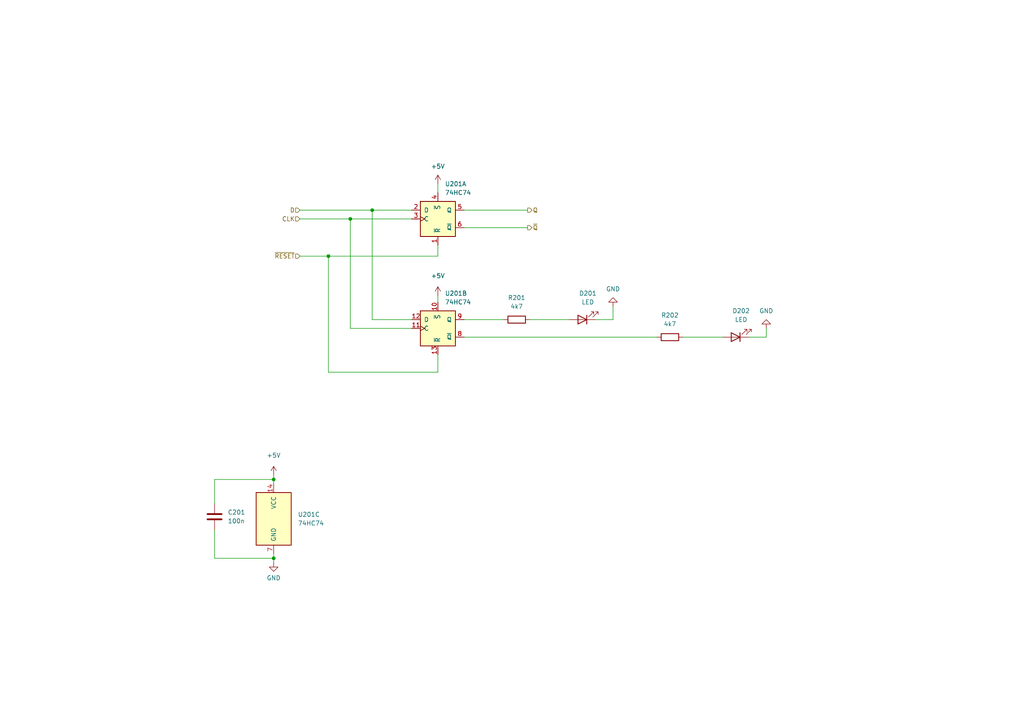
<source format=kicad_sch>
(kicad_sch (version 20211123) (generator eeschema)
  (paper "A4")
  (lib_symbols
    (symbol "74xx:74HC74" (pin_names (offset 1.016))
      (property "Reference" "U" (at -7.62 8.89 0))
      (property "Value" "74HC74" (at -7.62 -8.89 0))
      (symbol "74HC74_1_0"
        (pin input line (at 0 -7.62 90) (length 2.54) (name "~{R}") (number "1"))
        (pin input line (at -7.62 2.54 0) (length 2.54) (name "D") (number "2"))
        (pin input clock (at -7.62 0 0) (length 2.54) (name "C") (number "3"))
        (pin input line (at 0 7.62 270) (length 2.54) (name "~{S}") (number "4"))
        (pin output line (at 7.62 2.54 180) (length 2.54) (name "Q") (number "5"))
        (pin output line (at 7.62 -2.54 180) (length 2.54) (name "~{Q}") (number "6"))
      )
      (symbol "74HC74_1_1"
        (rectangle (start -5.08 5.08) (end 5.08 -5.08) (stroke (width 0.254)) (fill (type background)))
      )
      (symbol "74HC74_2_0"
        (pin input line (at 0 7.62 270) (length 2.54) (name "~{S}") (number "10"))
        (pin input clock (at -7.62 0 0) (length 2.54) (name "C") (number "11"))
        (pin input line (at -7.62 2.54 0) (length 2.54) (name "D") (number "12"))
        (pin input line (at 0 -7.62 90) (length 2.54) (name "~{R}") (number "13"))
        (pin output line (at 7.62 -2.54 180) (length 2.54) (name "~{Q}") (number "8"))
        (pin output line (at 7.62 2.54 180) (length 2.54) (name "Q") (number "9"))
      )
      (symbol "74HC74_2_1"
        (rectangle (start -5.08 5.08) (end 5.08 -5.08) (stroke (width 0.254)) (fill (type background)))
      )
      (symbol "74HC74_3_0"
        (pin power_in line (at 0 10.16 270) (length 2.54) (name "VCC") (number "14"))
        (pin power_in line (at 0 -10.16 90) (length 2.54) (name "GND") (number "7"))
      )
      (symbol "74HC74_3_1"
        (rectangle (start -5.08 7.62) (end 5.08 -7.62) (stroke (width 0.254)) (fill (type background)))
      )
    )
    (symbol "Device:C" (pin_numbers hide) (pin_names (offset 0.254))
      (property "Reference" "C" (at 0.635 2.54 0))
      (property "Value" "C" (at 0.635 -2.54 0))
      (symbol "C_0_1"
        (polyline (pts (xy -2.032 -0.762) (xy 2.032 -0.762)) (stroke (width 0.508)))
        (polyline (pts (xy -2.032 0.762) (xy 2.032 0.762)) (stroke (width 0.508)))
      )
      (symbol "C_1_1"
        (pin passive line (at 0 3.81 270) (length 2.794) (name "~") (number "1"))
        (pin passive line (at 0 -3.81 90) (length 2.794) (name "~") (number "2"))
      )
    )
    (symbol "Device:LED" (pin_numbers hide) (pin_names (offset 1.016) hide)
      (property "Reference" "D" (at 0 2.54 0))
      (property "Value" "LED" (at 0 -2.54 0))
      (symbol "LED_0_1"
        (polyline (pts (xy -1.27 -1.27) (xy -1.27 1.27)) (stroke (width 0.254)))
        (polyline (pts (xy -1.27 0) (xy 1.27 0)))
        (polyline (pts (xy 1.27 -1.27) (xy 1.27 1.27) (xy -1.27 0) (xy 1.27 -1.27)) (stroke (width 0.254)))
        (polyline (pts (xy -3.048 -0.762) (xy -4.572 -2.286) (xy -3.81 -2.286) (xy -4.572 -2.286) (xy -4.572 -1.524)))
        (polyline (pts (xy -1.778 -0.762) (xy -3.302 -2.286) (xy -2.54 -2.286) (xy -3.302 -2.286) (xy -3.302 -1.524)))
      )
      (symbol "LED_1_1"
        (pin passive line (at -3.81 0 0) (length 2.54) (name "K") (number "1"))
        (pin passive line (at 3.81 0 180) (length 2.54) (name "A") (number "2"))
      )
    )
    (symbol "Device:R" (pin_numbers hide) (pin_names (offset 0))
      (property "Reference" "R" (at 2.032 0 90))
      (property "Value" "R" (at 0 0 90))
      (symbol "R_0_1"
        (rectangle (start -1.016 -2.54) (end 1.016 2.54) (stroke (width 0.254)))
      )
      (symbol "R_1_1"
        (pin passive line (at 0 3.81 270) (length 1.27) (name "~") (number "1"))
        (pin passive line (at 0 -3.81 90) (length 1.27) (name "~") (number "2"))
      )
    )
    (symbol "power:+5V" (power) (pin_names (offset 0))
      (property "Value" "+5V" (at 0 3.556 0))
      (symbol "+5V_0_1"
        (polyline (pts (xy -0.762 1.27) (xy 0 2.54)))
        (polyline (pts (xy 0 0) (xy 0 2.54)))
        (polyline (pts (xy 0 2.54) (xy 0.762 1.27)))
      )
      (symbol "+5V_1_1"
        (pin power_in line (at 0 0 90) (length 0) hide (name "+5V") (number "1"))
      )
    )
    (symbol "power:GND" (power) (pin_names (offset 0))
      (property "Value" "GND" (at 0 -3.81 0))
      (symbol "GND_0_1"
        (polyline (pts (xy 0 0) (xy 0 -1.27) (xy 1.27 -1.27) (xy 0 -2.54) (xy -1.27 -1.27) (xy 0 -1.27)))
      )
      (symbol "GND_1_1"
        (pin power_in line (at 0 0 270) (length 0) hide (name "GND") (number "1"))
      )
    )
  )
  (junction (at 95.25 74.295))
  (junction (at 79.375 139.065))
  (junction (at 79.375 161.925))
  (junction (at 101.6 63.5))
  (junction (at 107.95 60.96))
  (wire (pts (xy 153.67 92.71) (xy 165.1 92.71)))
  (wire (pts (xy 95.25 107.95) (xy 127 107.95)))
  (wire (pts (xy 127 53.34) (xy 127 55.88)))
  (wire (pts (xy 79.375 161.925) (xy 79.375 163.195)))
  (wire (pts (xy 134.62 60.96) (xy 153.035 60.96)))
  (wire (pts (xy 127 102.87) (xy 127 107.95)))
  (wire (pts (xy 177.8 92.71) (xy 177.8 88.9)))
  (wire (pts (xy 101.6 63.5) (xy 119.38 63.5)))
  (wire (pts (xy 86.995 60.96) (xy 107.95 60.96)))
  (wire (pts (xy 222.25 97.79) (xy 222.25 95.25)))
  (wire (pts (xy 134.62 97.79) (xy 190.5 97.79)))
  (wire (pts (xy 62.23 146.05) (xy 62.23 139.065)))
  (wire (pts (xy 79.375 160.655) (xy 79.375 161.925)))
  (wire (pts (xy 86.995 63.5) (xy 101.6 63.5)))
  (wire (pts (xy 134.62 92.71) (xy 146.05 92.71)))
  (wire (pts (xy 95.25 74.295) (xy 127 74.295)))
  (wire (pts (xy 107.95 92.71) (xy 119.38 92.71)))
  (wire (pts (xy 127 85.725) (xy 127 87.63)))
  (wire (pts (xy 101.6 63.5) (xy 101.6 95.25)))
  (wire (pts (xy 127 74.295) (xy 127 71.12)))
  (wire (pts (xy 62.23 139.065) (xy 79.375 139.065)))
  (wire (pts (xy 107.95 60.96) (xy 119.38 60.96)))
  (wire (pts (xy 198.12 97.79) (xy 209.55 97.79)))
  (wire (pts (xy 86.995 74.295) (xy 95.25 74.295)))
  (wire (pts (xy 79.375 137.795) (xy 79.375 139.065)))
  (wire (pts (xy 134.62 66.04) (xy 153.035 66.04)))
  (wire (pts (xy 217.17 97.79) (xy 222.25 97.79)))
  (wire (pts (xy 62.23 161.925) (xy 62.23 153.67)))
  (wire (pts (xy 79.375 139.065) (xy 79.375 140.335)))
  (wire (pts (xy 172.72 92.71) (xy 177.8 92.71)))
  (wire (pts (xy 95.25 74.295) (xy 95.25 107.95)))
  (wire (pts (xy 101.6 95.25) (xy 119.38 95.25)))
  (wire (pts (xy 107.95 60.96) (xy 107.95 92.71)))
  (wire (pts (xy 79.375 161.925) (xy 62.23 161.925)))
  (hierarchical_label "Q" (shape output) (at 153.035 60.96 0))
  (hierarchical_label "~{RESET}" (shape input) (at 86.995 74.295 180))
  (hierarchical_label "D" (shape input) (at 86.995 60.96 180))
  (hierarchical_label "CLK" (shape input) (at 86.995 63.5 180))
  (hierarchical_label "~{Q}" (shape output) (at 153.035 66.04 0))
  (symbol (lib_id "Device:R") (at 149.86 92.71 90) (unit 1)
    (property "Reference" "R201" (at 149.86 86.36 90))
    (property "Value" "4k7" (at 149.86 88.9 90))
    (property "Footprint" "Resistor_THT:R_Axial_DIN0207_L6.3mm_D2.5mm_P7.62mm_Horizontal" (effects hide))
  )
  (symbol (lib_id "power:+5V") (at 127 53.34 0) (unit 1)
    (property "Reference" "#PWR0108" (effects hide))
    (property "Value" "+5V" (at 127 48.26 0))
  )
  (symbol (lib_id "power:+5V") (at 127 85.725 0) (unit 1)
    (property "Reference" "#PWR0107" (effects hide))
    (property "Value" "+5V" (at 127 80.01 0))
  )
  (symbol (lib_id "Device:R") (at 194.31 97.79 90) (unit 1)
    (property "Reference" "R202" (at 194.31 91.44 90))
    (property "Value" "4k7" (at 194.31 93.98 90))
    (property "Footprint" "Resistor_THT:R_Axial_DIN0207_L6.3mm_D2.5mm_P7.62mm_Horizontal" (effects hide))
  )
  (symbol (lib_id "74xx:74HC74") (at 79.375 150.495 0) (unit 3)
    (property "Reference" "U201" (at 86.36 149.2249 0) (effects (justify left)))
    (property "Value" "74HC74" (at 86.36 151.7649 0) (effects (justify left)))
    (property "Footprint" "Package_DIP:DIP-14_W7.62mm_Socket" (effects hide))
    (property "Datasheet" "74xx/74hc_hct74.pdf" (effects hide))
  )
  (symbol (lib_id "Device:C") (at 62.23 149.86 180) (unit 1)
    (property "Reference" "C201" (at 66.04 148.5899 0) (effects (justify right)))
    (property "Value" "100n" (at 66.04 151.1299 0) (effects (justify right)))
    (property "Footprint" "Capacitor_THT:C_Disc_D5.0mm_W2.5mm_P5.00mm" (effects hide))
  )
  (symbol (lib_id "power:GND") (at 177.8 88.9 180) (unit 1)
    (property "Reference" "#PWR0109" (effects hide))
    (property "Value" "GND" (at 177.8 83.82 0))
  )
  (symbol (lib_id "power:GND") (at 79.375 163.195 0) (unit 1)
    (property "Reference" "#PWR0106" (effects hide))
    (property "Value" "GND" (at 79.375 167.64 0))
  )
  (symbol (lib_id "74xx:74HC74") (at 127 95.25 0) (unit 2)
    (property "Reference" "U201" (at 129.0194 85.09 0) (effects (justify left)))
    (property "Value" "74HC74" (at 129.0194 87.63 0) (effects (justify left)))
    (property "Footprint" "Package_DIP:DIP-14_W7.62mm_Socket" (effects hide))
    (property "Datasheet" "74xx/74hc_hct74.pdf" (effects hide))
  )
  (symbol (lib_id "power:GND") (at 222.25 95.25 180) (unit 1)
    (property "Reference" "#PWR0110" (effects hide))
    (property "Value" "GND" (at 222.25 90.17 0))
  )
  (symbol (lib_id "power:+5V") (at 79.375 137.795 0) (unit 1)
    (property "Reference" "#PWR0105" (effects hide))
    (property "Value" "+5V" (at 79.375 132.08 0))
  )
  (symbol (lib_id "74xx:74HC74") (at 127 63.5 0) (unit 1)
    (property "Reference" "U201" (at 129.0194 53.34 0) (effects (justify left)))
    (property "Value" "74HC74" (at 129.0194 55.88 0) (effects (justify left)))
    (property "Footprint" "Package_DIP:DIP-14_W7.62mm_Socket" (effects hide))
    (property "Datasheet" "74xx/74hc_hct74.pdf" (effects hide))
  )
  (symbol (lib_id "Device:LED") (at 168.91 92.71 180) (unit 1)
    (property "Reference" "D201" (at 170.4975 85.09 0))
    (property "Value" "LED" (at 170.4975 87.63 0))
    (property "Footprint" "LED_THT:LED_D3.0mm" (effects hide))
  )
  (symbol (lib_id "Device:LED") (at 213.36 97.79 180) (unit 1)
    (property "Reference" "D202" (at 214.9475 90.17 0))
    (property "Value" "LED" (at 214.9475 92.71 0))
    (property "Footprint" "LED_THT:LED_D3.0mm" (effects hide))
  )
)
</source>
